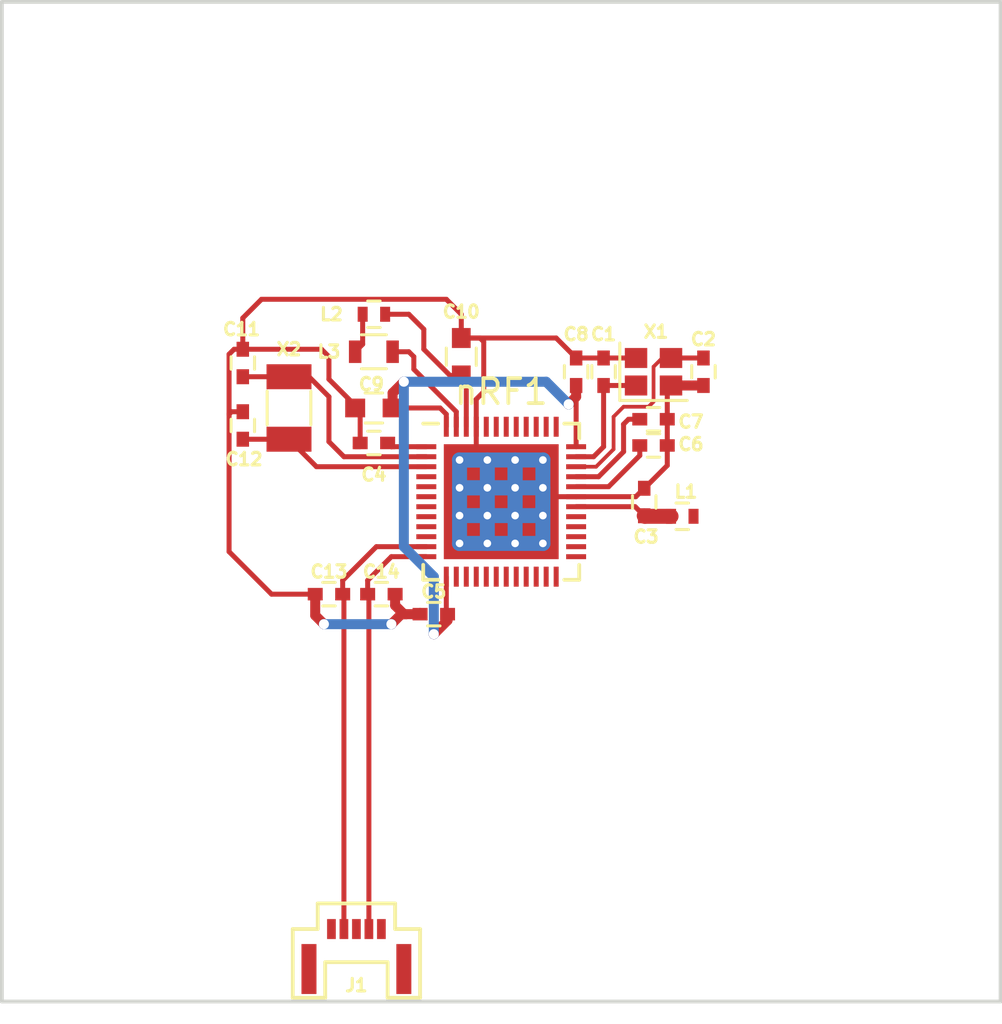
<source format=kicad_pcb>
(kicad_pcb (version 4) (host pcbnew 4.0.7-e0-6372~58~ubuntu16.04.1)

  (general
    (links 60)
    (no_connects 0)
    (area 79.924999 79.924999 120.075001 121.0125)
    (thickness 1.6)
    (drawings 4)
    (tracks 176)
    (zones 0)
    (modules 21)
    (nets 16)
  )

  (page USLetter)
  (title_block
    (date 2017-07-22)
    (rev 0.9)
  )

  (layers
    (0 F.Cu signal)
    (31 B.Cu signal)
    (32 B.Adhes user)
    (33 F.Adhes user)
    (34 B.Paste user)
    (35 F.Paste user)
    (36 B.SilkS user)
    (37 F.SilkS user)
    (38 B.Mask user)
    (39 F.Mask user)
    (40 Dwgs.User user)
    (41 Cmts.User user)
    (42 Eco1.User user)
    (43 Eco2.User user)
    (44 Edge.Cuts user)
    (45 Margin user)
    (46 B.CrtYd user)
    (47 F.CrtYd user)
    (48 B.Fab user)
    (49 F.Fab user)
  )

  (setup
    (last_trace_width 0.2)
    (user_trace_width 0.15)
    (user_trace_width 0.2)
    (user_trace_width 0.4)
    (user_trace_width 0.6)
    (trace_clearance 0.15)
    (zone_clearance 0.15)
    (zone_45_only yes)
    (trace_min 0.15)
    (segment_width 0.2)
    (edge_width 0.15)
    (via_size 0.41)
    (via_drill 0.4)
    (via_min_size 0.4)
    (via_min_drill 0.4)
    (uvia_size 0.4)
    (uvia_drill 0.1)
    (uvias_allowed no)
    (uvia_min_size 0.4)
    (uvia_min_drill 0.1)
    (pcb_text_width 0.3)
    (pcb_text_size 1.5 1.5)
    (mod_edge_width 0.15)
    (mod_text_size 1 1)
    (mod_text_width 0.15)
    (pad_size 1.524 1.524)
    (pad_drill 0.762)
    (pad_to_mask_clearance 0.2)
    (aux_axis_origin 0 0)
    (visible_elements FFFEFFFF)
    (pcbplotparams
      (layerselection 0x00030_80000001)
      (usegerberextensions false)
      (excludeedgelayer true)
      (linewidth 0.100000)
      (plotframeref false)
      (viasonmask false)
      (mode 1)
      (useauxorigin false)
      (hpglpennumber 1)
      (hpglpenspeed 20)
      (hpglpendiameter 15)
      (hpglpenoverlay 2)
      (psnegative false)
      (psa4output false)
      (plotreference true)
      (plotvalue true)
      (plotinvisibletext false)
      (padsonsilk false)
      (subtractmaskfromsilk false)
      (outputformat 1)
      (mirror false)
      (drillshape 1)
      (scaleselection 1)
      (outputdirectory ""))
  )

  (net 0 "")
  (net 1 GND)
  (net 2 "Net-(C1-Pad2)")
  (net 3 "Net-(C2-Pad2)")
  (net 4 "Net-(C3-Pad2)")
  (net 5 +3V3)
  (net 6 /DEC4)
  (net 7 "Net-(L2-Pad1)")
  (net 8 /DEC1)
  (net 9 /DEC2)
  (net 10 /DEC3)
  (net 11 /NFC1)
  (net 12 /NFC2)
  (net 13 "Net-(L2-Pad2)")
  (net 14 /P0.00/XL1)
  (net 15 /P0.01/XL2)

  (net_class Default "This is the default net class."
    (clearance 0.15)
    (trace_width 0.2)
    (via_dia 0.41)
    (via_drill 0.4)
    (uvia_dia 0.4)
    (uvia_drill 0.1)
    (add_net +3V3)
    (add_net /DEC1)
    (add_net /DEC2)
    (add_net /DEC3)
    (add_net /DEC4)
    (add_net /NFC1)
    (add_net /NFC2)
    (add_net /P0.00/XL1)
    (add_net /P0.01/XL2)
    (add_net GND)
    (add_net "Net-(C1-Pad2)")
    (add_net "Net-(C2-Pad2)")
    (add_net "Net-(L2-Pad1)")
    (add_net "Net-(L2-Pad2)")
  )

  (net_class Crystal ""
    (clearance 0.15)
    (trace_width 0.15)
    (via_dia 0.41)
    (via_drill 0.4)
    (uvia_dia 0.4)
    (uvia_drill 0.1)
  )

  (net_class RF ""
    (clearance 0.15)
    (trace_width 0.6)
    (via_dia 0.41)
    (via_drill 0.4)
    (uvia_dia 0.4)
    (uvia_drill 0.1)
    (add_net "Net-(C3-Pad2)")
  )

  (module Crystals:Crystal_SMD_3215-2pin_3.2x1.5mm (layer F.Cu) (tedit 5973E4AF) (tstamp 5973D460)
    (at 91.5 96.25 90)
    (descr "SMD Crystal FC-135 https://support.epson.biz/td/api/doc_check.php?dl=brief_FC-135R_en.pdf")
    (tags "SMD SMT Crystal")
    (path /59739DF8)
    (attr smd)
    (fp_text reference X2 (at 2.35 0 180) (layer F.SilkS)
      (effects (font (size 0.5 0.5) (thickness 0.125)))
    )
    (fp_text value 32.768kHz (at 0 2 90) (layer F.Fab)
      (effects (font (size 1 1) (thickness 0.15)))
    )
    (fp_text user %R (at 0 -0.05 90) (layer F.Fab)
      (effects (font (size 0.25 0.25) (thickness 0.0625)))
    )
    (fp_line (start -2 -1.15) (end 2 -1.15) (layer F.CrtYd) (width 0.05))
    (fp_line (start -1.6 -0.75) (end -1.6 0.75) (layer F.Fab) (width 0.1))
    (fp_line (start -0.675 0.875) (end 0.675 0.875) (layer F.SilkS) (width 0.12))
    (fp_line (start -0.675 -0.875) (end 0.675 -0.875) (layer F.SilkS) (width 0.12))
    (fp_line (start 1.6 -0.75) (end 1.6 0.75) (layer F.Fab) (width 0.1))
    (fp_line (start -1.6 -0.75) (end 1.6 -0.75) (layer F.Fab) (width 0.1))
    (fp_line (start -1.6 0.75) (end 1.6 0.75) (layer F.Fab) (width 0.1))
    (fp_line (start -2 1.15) (end 2 1.15) (layer F.CrtYd) (width 0.05))
    (fp_line (start -2 -1.15) (end -2 1.15) (layer F.CrtYd) (width 0.05))
    (fp_line (start 2 -1.15) (end 2 1.15) (layer F.CrtYd) (width 0.05))
    (pad 1 smd rect (at 1.25 0 90) (size 1 1.8) (layers F.Cu F.Paste F.Mask)
      (net 14 /P0.00/XL1))
    (pad 2 smd rect (at -1.25 0 90) (size 1 1.8) (layers F.Cu F.Paste F.Mask)
      (net 15 /P0.01/XL2))
    (model ${KISYS3DMOD}/Crystals.3dshapes/Crystal_SMD_3215-2pin_3.2x1.5mm.wrl
      (at (xyz 0 0 0))
      (scale (xyz 1 1 1))
      (rotate (xyz 0 0 0))
    )
  )

  (module Capacitors_SMD:C_0402 (layer F.Cu) (tedit 5973E42C) (tstamp 5973BECF)
    (at 104.1 94.8 270)
    (descr "Capacitor SMD 0402, reflow soldering, AVX (see smccp.pdf)")
    (tags "capacitor 0402")
    (path /59739DFC)
    (attr smd)
    (fp_text reference C1 (at -1.5 0 360) (layer F.SilkS)
      (effects (font (size 0.5 0.5) (thickness 0.125)))
    )
    (fp_text value 12pF (at 0 1.27 270) (layer F.Fab)
      (effects (font (size 1 1) (thickness 0.15)))
    )
    (fp_text user %R (at 0 0 270) (layer F.Fab)
      (effects (font (size 0.25 0.25) (thickness 0.0625)))
    )
    (fp_line (start -0.5 0.25) (end -0.5 -0.25) (layer F.Fab) (width 0.1))
    (fp_line (start 0.5 0.25) (end -0.5 0.25) (layer F.Fab) (width 0.1))
    (fp_line (start 0.5 -0.25) (end 0.5 0.25) (layer F.Fab) (width 0.1))
    (fp_line (start -0.5 -0.25) (end 0.5 -0.25) (layer F.Fab) (width 0.1))
    (fp_line (start 0.25 -0.47) (end -0.25 -0.47) (layer F.SilkS) (width 0.12))
    (fp_line (start -0.25 0.47) (end 0.25 0.47) (layer F.SilkS) (width 0.12))
    (fp_line (start -1 -0.4) (end 1 -0.4) (layer F.CrtYd) (width 0.05))
    (fp_line (start -1 -0.4) (end -1 0.4) (layer F.CrtYd) (width 0.05))
    (fp_line (start 1 0.4) (end 1 -0.4) (layer F.CrtYd) (width 0.05))
    (fp_line (start 1 0.4) (end -1 0.4) (layer F.CrtYd) (width 0.05))
    (pad 1 smd rect (at -0.55 0 270) (size 0.6 0.5) (layers F.Cu F.Paste F.Mask)
      (net 1 GND))
    (pad 2 smd rect (at 0.55 0 270) (size 0.6 0.5) (layers F.Cu F.Paste F.Mask)
      (net 2 "Net-(C1-Pad2)"))
    (model Capacitors_SMD.3dshapes/C_0402.wrl
      (at (xyz 0 0 0))
      (scale (xyz 1 1 1))
      (rotate (xyz 0 0 0))
    )
  )

  (module Capacitors_SMD:C_0402 (layer F.Cu) (tedit 5973E422) (tstamp 5973BED5)
    (at 108.1 94.8 90)
    (descr "Capacitor SMD 0402, reflow soldering, AVX (see smccp.pdf)")
    (tags "capacitor 0402")
    (path /59739DFD)
    (attr smd)
    (fp_text reference C2 (at 1.3 0 180) (layer F.SilkS)
      (effects (font (size 0.5 0.5) (thickness 0.125)))
    )
    (fp_text value 12pF (at 0 1.27 90) (layer F.Fab)
      (effects (font (size 1 1) (thickness 0.15)))
    )
    (fp_text user %R (at 0 0 90) (layer F.Fab)
      (effects (font (size 0.25 0.25) (thickness 0.0625)))
    )
    (fp_line (start -0.5 0.25) (end -0.5 -0.25) (layer F.Fab) (width 0.1))
    (fp_line (start 0.5 0.25) (end -0.5 0.25) (layer F.Fab) (width 0.1))
    (fp_line (start 0.5 -0.25) (end 0.5 0.25) (layer F.Fab) (width 0.1))
    (fp_line (start -0.5 -0.25) (end 0.5 -0.25) (layer F.Fab) (width 0.1))
    (fp_line (start 0.25 -0.47) (end -0.25 -0.47) (layer F.SilkS) (width 0.12))
    (fp_line (start -0.25 0.47) (end 0.25 0.47) (layer F.SilkS) (width 0.12))
    (fp_line (start -1 -0.4) (end 1 -0.4) (layer F.CrtYd) (width 0.05))
    (fp_line (start -1 -0.4) (end -1 0.4) (layer F.CrtYd) (width 0.05))
    (fp_line (start 1 0.4) (end 1 -0.4) (layer F.CrtYd) (width 0.05))
    (fp_line (start 1 0.4) (end -1 0.4) (layer F.CrtYd) (width 0.05))
    (pad 1 smd rect (at -0.55 0 90) (size 0.6 0.5) (layers F.Cu F.Paste F.Mask)
      (net 1 GND))
    (pad 2 smd rect (at 0.55 0 90) (size 0.6 0.5) (layers F.Cu F.Paste F.Mask)
      (net 3 "Net-(C2-Pad2)"))
    (model Capacitors_SMD.3dshapes/C_0402.wrl
      (at (xyz 0 0 0))
      (scale (xyz 1 1 1))
      (rotate (xyz 0 0 0))
    )
  )

  (module Capacitors_SMD:C_0402 (layer F.Cu) (tedit 5973E3F7) (tstamp 5973BEDB)
    (at 105.7275 100.0125 270)
    (descr "Capacitor SMD 0402, reflow soldering, AVX (see smccp.pdf)")
    (tags "capacitor 0402")
    (path /59739E02)
    (attr smd)
    (fp_text reference C3 (at 1.3875 -0.0725 360) (layer F.SilkS)
      (effects (font (size 0.5 0.5) (thickness 0.125)))
    )
    (fp_text value 0.8pF (at 0 1.27 270) (layer F.Fab)
      (effects (font (size 1 1) (thickness 0.15)))
    )
    (fp_text user %R (at 0 0 270) (layer F.Fab)
      (effects (font (size 0.25 0.25) (thickness 0.0625)))
    )
    (fp_line (start -0.5 0.25) (end -0.5 -0.25) (layer F.Fab) (width 0.1))
    (fp_line (start 0.5 0.25) (end -0.5 0.25) (layer F.Fab) (width 0.1))
    (fp_line (start 0.5 -0.25) (end 0.5 0.25) (layer F.Fab) (width 0.1))
    (fp_line (start -0.5 -0.25) (end 0.5 -0.25) (layer F.Fab) (width 0.1))
    (fp_line (start 0.25 -0.47) (end -0.25 -0.47) (layer F.SilkS) (width 0.12))
    (fp_line (start -0.25 0.47) (end 0.25 0.47) (layer F.SilkS) (width 0.12))
    (fp_line (start -1 -0.4) (end 1 -0.4) (layer F.CrtYd) (width 0.05))
    (fp_line (start -1 -0.4) (end -1 0.4) (layer F.CrtYd) (width 0.05))
    (fp_line (start 1 0.4) (end 1 -0.4) (layer F.CrtYd) (width 0.05))
    (fp_line (start 1 0.4) (end -1 0.4) (layer F.CrtYd) (width 0.05))
    (pad 1 smd rect (at -0.55 0 270) (size 0.6 0.5) (layers F.Cu F.Paste F.Mask)
      (net 1 GND))
    (pad 2 smd rect (at 0.55 0 270) (size 0.6 0.5) (layers F.Cu F.Paste F.Mask)
      (net 4 "Net-(C3-Pad2)"))
    (model Capacitors_SMD.3dshapes/C_0402.wrl
      (at (xyz 0 0 0))
      (scale (xyz 1 1 1))
      (rotate (xyz 0 0 0))
    )
  )

  (module Capacitors_SMD:C_0402 (layer F.Cu) (tedit 5973E3BB) (tstamp 5973BEE1)
    (at 94.9 97.65 180)
    (descr "Capacitor SMD 0402, reflow soldering, AVX (see smccp.pdf)")
    (tags "capacitor 0402")
    (path /59739DEC)
    (attr smd)
    (fp_text reference C4 (at 0 -1.27 180) (layer F.SilkS)
      (effects (font (size 0.5 0.5) (thickness 0.125)))
    )
    (fp_text value 100nF (at 0 1.27 180) (layer F.Fab)
      (effects (font (size 1 1) (thickness 0.15)))
    )
    (fp_text user %R (at 0 0 180) (layer F.Fab)
      (effects (font (size 0.25 0.25) (thickness 0.0625)))
    )
    (fp_line (start -0.5 0.25) (end -0.5 -0.25) (layer F.Fab) (width 0.1))
    (fp_line (start 0.5 0.25) (end -0.5 0.25) (layer F.Fab) (width 0.1))
    (fp_line (start 0.5 -0.25) (end 0.5 0.25) (layer F.Fab) (width 0.1))
    (fp_line (start -0.5 -0.25) (end 0.5 -0.25) (layer F.Fab) (width 0.1))
    (fp_line (start 0.25 -0.47) (end -0.25 -0.47) (layer F.SilkS) (width 0.12))
    (fp_line (start -0.25 0.47) (end 0.25 0.47) (layer F.SilkS) (width 0.12))
    (fp_line (start -1 -0.4) (end 1 -0.4) (layer F.CrtYd) (width 0.05))
    (fp_line (start -1 -0.4) (end -1 0.4) (layer F.CrtYd) (width 0.05))
    (fp_line (start 1 0.4) (end 1 -0.4) (layer F.CrtYd) (width 0.05))
    (fp_line (start 1 0.4) (end -1 0.4) (layer F.CrtYd) (width 0.05))
    (pad 1 smd rect (at -0.55 0 180) (size 0.6 0.5) (layers F.Cu F.Paste F.Mask)
      (net 8 /DEC1))
    (pad 2 smd rect (at 0.55 0 180) (size 0.6 0.5) (layers F.Cu F.Paste F.Mask)
      (net 1 GND))
    (model Capacitors_SMD.3dshapes/C_0402.wrl
      (at (xyz 0 0 0))
      (scale (xyz 1 1 1))
      (rotate (xyz 0 0 0))
    )
  )

  (module Capacitors_SMD:C_0402 (layer F.Cu) (tedit 5973E3EC) (tstamp 5973BEE7)
    (at 97.3 104.5 180)
    (descr "Capacitor SMD 0402, reflow soldering, AVX (see smccp.pdf)")
    (tags "capacitor 0402")
    (path /59739DEE)
    (attr smd)
    (fp_text reference C5 (at 0 0.9 180) (layer F.SilkS)
      (effects (font (size 0.5 0.5) (thickness 0.125)))
    )
    (fp_text value 100nF (at 0 1.27 180) (layer F.Fab)
      (effects (font (size 1 1) (thickness 0.15)))
    )
    (fp_text user %R (at 0 0 180) (layer F.Fab)
      (effects (font (size 0.25 0.25) (thickness 0.0625)))
    )
    (fp_line (start -0.5 0.25) (end -0.5 -0.25) (layer F.Fab) (width 0.1))
    (fp_line (start 0.5 0.25) (end -0.5 0.25) (layer F.Fab) (width 0.1))
    (fp_line (start 0.5 -0.25) (end 0.5 0.25) (layer F.Fab) (width 0.1))
    (fp_line (start -0.5 -0.25) (end 0.5 -0.25) (layer F.Fab) (width 0.1))
    (fp_line (start 0.25 -0.47) (end -0.25 -0.47) (layer F.SilkS) (width 0.12))
    (fp_line (start -0.25 0.47) (end 0.25 0.47) (layer F.SilkS) (width 0.12))
    (fp_line (start -1 -0.4) (end 1 -0.4) (layer F.CrtYd) (width 0.05))
    (fp_line (start -1 -0.4) (end -1 0.4) (layer F.CrtYd) (width 0.05))
    (fp_line (start 1 0.4) (end 1 -0.4) (layer F.CrtYd) (width 0.05))
    (fp_line (start 1 0.4) (end -1 0.4) (layer F.CrtYd) (width 0.05))
    (pad 1 smd rect (at -0.55 0 180) (size 0.6 0.5) (layers F.Cu F.Paste F.Mask)
      (net 5 +3V3))
    (pad 2 smd rect (at 0.55 0 180) (size 0.6 0.5) (layers F.Cu F.Paste F.Mask)
      (net 1 GND))
    (model Capacitors_SMD.3dshapes/C_0402.wrl
      (at (xyz 0 0 0))
      (scale (xyz 1 1 1))
      (rotate (xyz 0 0 0))
    )
  )

  (module Capacitors_SMD:C_0402 (layer F.Cu) (tedit 5973E3FD) (tstamp 5973BEED)
    (at 106.1 97.75 180)
    (descr "Capacitor SMD 0402, reflow soldering, AVX (see smccp.pdf)")
    (tags "capacitor 0402")
    (path /59739E00)
    (attr smd)
    (fp_text reference C6 (at -1.5 0.05 180) (layer F.SilkS)
      (effects (font (size 0.5 0.5) (thickness 0.125)))
    )
    (fp_text value N.M (at 0 1.27 180) (layer F.Fab)
      (effects (font (size 1 1) (thickness 0.15)))
    )
    (fp_text user %R (at 0 0 180) (layer F.Fab)
      (effects (font (size 0.25 0.25) (thickness 0.0625)))
    )
    (fp_line (start -0.5 0.25) (end -0.5 -0.25) (layer F.Fab) (width 0.1))
    (fp_line (start 0.5 0.25) (end -0.5 0.25) (layer F.Fab) (width 0.1))
    (fp_line (start 0.5 -0.25) (end 0.5 0.25) (layer F.Fab) (width 0.1))
    (fp_line (start -0.5 -0.25) (end 0.5 -0.25) (layer F.Fab) (width 0.1))
    (fp_line (start 0.25 -0.47) (end -0.25 -0.47) (layer F.SilkS) (width 0.12))
    (fp_line (start -0.25 0.47) (end 0.25 0.47) (layer F.SilkS) (width 0.12))
    (fp_line (start -1 -0.4) (end 1 -0.4) (layer F.CrtYd) (width 0.05))
    (fp_line (start -1 -0.4) (end -1 0.4) (layer F.CrtYd) (width 0.05))
    (fp_line (start 1 0.4) (end 1 -0.4) (layer F.CrtYd) (width 0.05))
    (fp_line (start 1 0.4) (end -1 0.4) (layer F.CrtYd) (width 0.05))
    (pad 1 smd rect (at -0.55 0 180) (size 0.6 0.5) (layers F.Cu F.Paste F.Mask)
      (net 1 GND))
    (pad 2 smd rect (at 0.55 0 180) (size 0.6 0.5) (layers F.Cu F.Paste F.Mask)
      (net 9 /DEC2))
    (model Capacitors_SMD.3dshapes/C_0402.wrl
      (at (xyz 0 0 0))
      (scale (xyz 1 1 1))
      (rotate (xyz 0 0 0))
    )
  )

  (module Capacitors_SMD:C_0402 (layer F.Cu) (tedit 5973E408) (tstamp 5973BEF3)
    (at 106.1 96.7 180)
    (descr "Capacitor SMD 0402, reflow soldering, AVX (see smccp.pdf)")
    (tags "capacitor 0402")
    (path /59739DFF)
    (attr smd)
    (fp_text reference C7 (at -1.5 -0.1 180) (layer F.SilkS)
      (effects (font (size 0.5 0.5) (thickness 0.125)))
    )
    (fp_text value 100pF (at 0 1.27 180) (layer F.Fab)
      (effects (font (size 1 1) (thickness 0.15)))
    )
    (fp_text user %R (at 0 -0.0635 180) (layer F.Fab)
      (effects (font (size 0.25 0.25) (thickness 0.0625)))
    )
    (fp_line (start -0.5 0.25) (end -0.5 -0.25) (layer F.Fab) (width 0.1))
    (fp_line (start 0.5 0.25) (end -0.5 0.25) (layer F.Fab) (width 0.1))
    (fp_line (start 0.5 -0.25) (end 0.5 0.25) (layer F.Fab) (width 0.1))
    (fp_line (start -0.5 -0.25) (end 0.5 -0.25) (layer F.Fab) (width 0.1))
    (fp_line (start 0.25 -0.47) (end -0.25 -0.47) (layer F.SilkS) (width 0.12))
    (fp_line (start -0.25 0.47) (end 0.25 0.47) (layer F.SilkS) (width 0.12))
    (fp_line (start -1 -0.4) (end 1 -0.4) (layer F.CrtYd) (width 0.05))
    (fp_line (start -1 -0.4) (end -1 0.4) (layer F.CrtYd) (width 0.05))
    (fp_line (start 1 0.4) (end 1 -0.4) (layer F.CrtYd) (width 0.05))
    (fp_line (start 1 0.4) (end -1 0.4) (layer F.CrtYd) (width 0.05))
    (pad 1 smd rect (at -0.55 0 180) (size 0.6 0.5) (layers F.Cu F.Paste F.Mask)
      (net 1 GND))
    (pad 2 smd rect (at 0.55 0 180) (size 0.6 0.5) (layers F.Cu F.Paste F.Mask)
      (net 10 /DEC3))
    (model Capacitors_SMD.3dshapes/C_0402.wrl
      (at (xyz 0 0 0))
      (scale (xyz 1 1 1))
      (rotate (xyz 0 0 0))
    )
  )

  (module Capacitors_SMD:C_0402 (layer F.Cu) (tedit 5973E433) (tstamp 5973BEF9)
    (at 103 94.8 90)
    (descr "Capacitor SMD 0402, reflow soldering, AVX (see smccp.pdf)")
    (tags "capacitor 0402")
    (path /59739DF5)
    (attr smd)
    (fp_text reference C8 (at 1.5 0 180) (layer F.SilkS)
      (effects (font (size 0.5 0.5) (thickness 0.125)))
    )
    (fp_text value 100nF (at 0 1.27 90) (layer F.Fab)
      (effects (font (size 1 1) (thickness 0.15)))
    )
    (fp_text user %R (at 0 0 90) (layer F.Fab)
      (effects (font (size 0.25 0.25) (thickness 0.0625)))
    )
    (fp_line (start -0.5 0.25) (end -0.5 -0.25) (layer F.Fab) (width 0.1))
    (fp_line (start 0.5 0.25) (end -0.5 0.25) (layer F.Fab) (width 0.1))
    (fp_line (start 0.5 -0.25) (end 0.5 0.25) (layer F.Fab) (width 0.1))
    (fp_line (start -0.5 -0.25) (end 0.5 -0.25) (layer F.Fab) (width 0.1))
    (fp_line (start 0.25 -0.47) (end -0.25 -0.47) (layer F.SilkS) (width 0.12))
    (fp_line (start -0.25 0.47) (end 0.25 0.47) (layer F.SilkS) (width 0.12))
    (fp_line (start -1 -0.4) (end 1 -0.4) (layer F.CrtYd) (width 0.05))
    (fp_line (start -1 -0.4) (end -1 0.4) (layer F.CrtYd) (width 0.05))
    (fp_line (start 1 0.4) (end 1 -0.4) (layer F.CrtYd) (width 0.05))
    (fp_line (start 1 0.4) (end -1 0.4) (layer F.CrtYd) (width 0.05))
    (pad 1 smd rect (at -0.55 0 90) (size 0.6 0.5) (layers F.Cu F.Paste F.Mask)
      (net 5 +3V3))
    (pad 2 smd rect (at 0.55 0 90) (size 0.6 0.5) (layers F.Cu F.Paste F.Mask)
      (net 1 GND))
    (model Capacitors_SMD.3dshapes/C_0402.wrl
      (at (xyz 0 0 0))
      (scale (xyz 1 1 1))
      (rotate (xyz 0 0 0))
    )
  )

  (module Capacitors_SMD:C_0603 (layer F.Cu) (tedit 5973E47C) (tstamp 5973BEFF)
    (at 94.9 96.25 180)
    (descr "Capacitor SMD 0603, reflow soldering, AVX (see smccp.pdf)")
    (tags "capacitor 0603")
    (path /59739DE9)
    (attr smd)
    (fp_text reference C9 (at 0.1 0.95 180) (layer F.SilkS)
      (effects (font (size 0.5 0.5) (thickness 0.125)))
    )
    (fp_text value 4.7uF (at 0 1.5 180) (layer F.Fab)
      (effects (font (size 1 1) (thickness 0.15)))
    )
    (fp_text user %R (at 0 0 180) (layer F.Fab)
      (effects (font (size 0.25 0.25) (thickness 0.0625)))
    )
    (fp_line (start -0.8 0.4) (end -0.8 -0.4) (layer F.Fab) (width 0.1))
    (fp_line (start 0.8 0.4) (end -0.8 0.4) (layer F.Fab) (width 0.1))
    (fp_line (start 0.8 -0.4) (end 0.8 0.4) (layer F.Fab) (width 0.1))
    (fp_line (start -0.8 -0.4) (end 0.8 -0.4) (layer F.Fab) (width 0.1))
    (fp_line (start -0.35 -0.6) (end 0.35 -0.6) (layer F.SilkS) (width 0.12))
    (fp_line (start 0.35 0.6) (end -0.35 0.6) (layer F.SilkS) (width 0.12))
    (fp_line (start -1.4 -0.65) (end 1.4 -0.65) (layer F.CrtYd) (width 0.05))
    (fp_line (start -1.4 -0.65) (end -1.4 0.65) (layer F.CrtYd) (width 0.05))
    (fp_line (start 1.4 0.65) (end 1.4 -0.65) (layer F.CrtYd) (width 0.05))
    (fp_line (start 1.4 0.65) (end -1.4 0.65) (layer F.CrtYd) (width 0.05))
    (pad 1 smd rect (at -0.75 0 180) (size 0.8 0.75) (layers F.Cu F.Paste F.Mask)
      (net 5 +3V3))
    (pad 2 smd rect (at 0.75 0 180) (size 0.8 0.75) (layers F.Cu F.Paste F.Mask)
      (net 1 GND))
    (model Capacitors_SMD.3dshapes/C_0603.wrl
      (at (xyz 0 0 0))
      (scale (xyz 1 1 1))
      (rotate (xyz 0 0 0))
    )
  )

  (module Capacitors_SMD:C_0603 (layer F.Cu) (tedit 5973E44D) (tstamp 5973BF05)
    (at 98.4 94.2 90)
    (descr "Capacitor SMD 0603, reflow soldering, AVX (see smccp.pdf)")
    (tags "capacitor 0603")
    (path /59739E0B)
    (attr smd)
    (fp_text reference C10 (at 1.8 0 180) (layer F.SilkS)
      (effects (font (size 0.5 0.5) (thickness 0.125)))
    )
    (fp_text value 1.0uF (at 0 1.5 90) (layer F.Fab)
      (effects (font (size 1 1) (thickness 0.15)))
    )
    (fp_text user %R (at 0 -0.0635 90) (layer F.Fab)
      (effects (font (size 0.25 0.25) (thickness 0.0625)))
    )
    (fp_line (start -0.8 0.4) (end -0.8 -0.4) (layer F.Fab) (width 0.1))
    (fp_line (start 0.8 0.4) (end -0.8 0.4) (layer F.Fab) (width 0.1))
    (fp_line (start 0.8 -0.4) (end 0.8 0.4) (layer F.Fab) (width 0.1))
    (fp_line (start -0.8 -0.4) (end 0.8 -0.4) (layer F.Fab) (width 0.1))
    (fp_line (start -0.35 -0.6) (end 0.35 -0.6) (layer F.SilkS) (width 0.12))
    (fp_line (start 0.35 0.6) (end -0.35 0.6) (layer F.SilkS) (width 0.12))
    (fp_line (start -1.4 -0.65) (end 1.4 -0.65) (layer F.CrtYd) (width 0.05))
    (fp_line (start -1.4 -0.65) (end -1.4 0.65) (layer F.CrtYd) (width 0.05))
    (fp_line (start 1.4 0.65) (end 1.4 -0.65) (layer F.CrtYd) (width 0.05))
    (fp_line (start 1.4 0.65) (end -1.4 0.65) (layer F.CrtYd) (width 0.05))
    (pad 1 smd rect (at -0.75 0 90) (size 0.8 0.75) (layers F.Cu F.Paste F.Mask)
      (net 6 /DEC4))
    (pad 2 smd rect (at 0.75 0 90) (size 0.8 0.75) (layers F.Cu F.Paste F.Mask)
      (net 1 GND))
    (model Capacitors_SMD.3dshapes/C_0603.wrl
      (at (xyz 0 0 0))
      (scale (xyz 1 1 1))
      (rotate (xyz 0 0 0))
    )
  )

  (module Capacitors_SMD:C_0402 (layer F.Cu) (tedit 5973EDF7) (tstamp 5973BF0B)
    (at 89.65 94.45 90)
    (descr "Capacitor SMD 0402, reflow soldering, AVX (see smccp.pdf)")
    (tags "capacitor 0402")
    (path /59739DF9)
    (attr smd)
    (fp_text reference C11 (at 1.35 -0.05 180) (layer F.SilkS)
      (effects (font (size 0.5 0.5) (thickness 0.125)))
    )
    (fp_text value 12pF (at 0 1.27 90) (layer F.Fab)
      (effects (font (size 1 1) (thickness 0.15)))
    )
    (fp_text user %R (at 0 0 90) (layer F.Fab)
      (effects (font (size 0.25 0.25) (thickness 0.0625)))
    )
    (fp_line (start -0.5 0.25) (end -0.5 -0.25) (layer F.Fab) (width 0.1))
    (fp_line (start 0.5 0.25) (end -0.5 0.25) (layer F.Fab) (width 0.1))
    (fp_line (start 0.5 -0.25) (end 0.5 0.25) (layer F.Fab) (width 0.1))
    (fp_line (start -0.5 -0.25) (end 0.5 -0.25) (layer F.Fab) (width 0.1))
    (fp_line (start 0.25 -0.47) (end -0.25 -0.47) (layer F.SilkS) (width 0.12))
    (fp_line (start -0.25 0.47) (end 0.25 0.47) (layer F.SilkS) (width 0.12))
    (fp_line (start -1 -0.4) (end 1 -0.4) (layer F.CrtYd) (width 0.05))
    (fp_line (start -1 -0.4) (end -1 0.4) (layer F.CrtYd) (width 0.05))
    (fp_line (start 1 0.4) (end 1 -0.4) (layer F.CrtYd) (width 0.05))
    (fp_line (start 1 0.4) (end -1 0.4) (layer F.CrtYd) (width 0.05))
    (pad 1 smd rect (at -0.55 0 90) (size 0.6 0.5) (layers F.Cu F.Paste F.Mask)
      (net 14 /P0.00/XL1))
    (pad 2 smd rect (at 0.55 0 90) (size 0.6 0.5) (layers F.Cu F.Paste F.Mask)
      (net 1 GND))
    (model Capacitors_SMD.3dshapes/C_0402.wrl
      (at (xyz 0 0 0))
      (scale (xyz 1 1 1))
      (rotate (xyz 0 0 0))
    )
  )

  (module Capacitors_SMD:C_0402 (layer F.Cu) (tedit 5973EE02) (tstamp 5973BF11)
    (at 89.65 96.95 90)
    (descr "Capacitor SMD 0402, reflow soldering, AVX (see smccp.pdf)")
    (tags "capacitor 0402")
    (path /59739DFA)
    (attr smd)
    (fp_text reference C12 (at -1.35 0.05 180) (layer F.SilkS)
      (effects (font (size 0.5 0.5) (thickness 0.125)))
    )
    (fp_text value 12pF (at 0 1.27 90) (layer F.Fab)
      (effects (font (size 1 1) (thickness 0.15)))
    )
    (fp_text user %R (at 0 0 90) (layer F.Fab)
      (effects (font (size 0.25 0.25) (thickness 0.0625)))
    )
    (fp_line (start -0.5 0.25) (end -0.5 -0.25) (layer F.Fab) (width 0.1))
    (fp_line (start 0.5 0.25) (end -0.5 0.25) (layer F.Fab) (width 0.1))
    (fp_line (start 0.5 -0.25) (end 0.5 0.25) (layer F.Fab) (width 0.1))
    (fp_line (start -0.5 -0.25) (end 0.5 -0.25) (layer F.Fab) (width 0.1))
    (fp_line (start 0.25 -0.47) (end -0.25 -0.47) (layer F.SilkS) (width 0.12))
    (fp_line (start -0.25 0.47) (end 0.25 0.47) (layer F.SilkS) (width 0.12))
    (fp_line (start -1 -0.4) (end 1 -0.4) (layer F.CrtYd) (width 0.05))
    (fp_line (start -1 -0.4) (end -1 0.4) (layer F.CrtYd) (width 0.05))
    (fp_line (start 1 0.4) (end 1 -0.4) (layer F.CrtYd) (width 0.05))
    (fp_line (start 1 0.4) (end -1 0.4) (layer F.CrtYd) (width 0.05))
    (pad 1 smd rect (at -0.55 0 90) (size 0.6 0.5) (layers F.Cu F.Paste F.Mask)
      (net 15 /P0.01/XL2))
    (pad 2 smd rect (at 0.55 0 90) (size 0.6 0.5) (layers F.Cu F.Paste F.Mask)
      (net 1 GND))
    (model Capacitors_SMD.3dshapes/C_0402.wrl
      (at (xyz 0 0 0))
      (scale (xyz 1 1 1))
      (rotate (xyz 0 0 0))
    )
  )

  (module Capacitors_SMD:C_0402 (layer F.Cu) (tedit 5973E3E5) (tstamp 5973BF17)
    (at 93.1 103.7)
    (descr "Capacitor SMD 0402, reflow soldering, AVX (see smccp.pdf)")
    (tags "capacitor 0402")
    (path /59739E12)
    (attr smd)
    (fp_text reference C13 (at 0 -0.9) (layer F.SilkS)
      (effects (font (size 0.5 0.5) (thickness 0.125)))
    )
    (fp_text value TBD (at 0 1.27) (layer F.Fab)
      (effects (font (size 1 1) (thickness 0.15)))
    )
    (fp_text user %R (at 0 0) (layer F.Fab)
      (effects (font (size 0.25 0.25) (thickness 0.0625)))
    )
    (fp_line (start -0.5 0.25) (end -0.5 -0.25) (layer F.Fab) (width 0.1))
    (fp_line (start 0.5 0.25) (end -0.5 0.25) (layer F.Fab) (width 0.1))
    (fp_line (start 0.5 -0.25) (end 0.5 0.25) (layer F.Fab) (width 0.1))
    (fp_line (start -0.5 -0.25) (end 0.5 -0.25) (layer F.Fab) (width 0.1))
    (fp_line (start 0.25 -0.47) (end -0.25 -0.47) (layer F.SilkS) (width 0.12))
    (fp_line (start -0.25 0.47) (end 0.25 0.47) (layer F.SilkS) (width 0.12))
    (fp_line (start -1 -0.4) (end 1 -0.4) (layer F.CrtYd) (width 0.05))
    (fp_line (start -1 -0.4) (end -1 0.4) (layer F.CrtYd) (width 0.05))
    (fp_line (start 1 0.4) (end 1 -0.4) (layer F.CrtYd) (width 0.05))
    (fp_line (start 1 0.4) (end -1 0.4) (layer F.CrtYd) (width 0.05))
    (pad 1 smd rect (at -0.55 0) (size 0.6 0.5) (layers F.Cu F.Paste F.Mask)
      (net 1 GND))
    (pad 2 smd rect (at 0.55 0) (size 0.6 0.5) (layers F.Cu F.Paste F.Mask)
      (net 11 /NFC1))
    (model Capacitors_SMD.3dshapes/C_0402.wrl
      (at (xyz 0 0 0))
      (scale (xyz 1 1 1))
      (rotate (xyz 0 0 0))
    )
  )

  (module Capacitors_SMD:C_0402 (layer F.Cu) (tedit 5973E3E9) (tstamp 5973BF1D)
    (at 95.2 103.7)
    (descr "Capacitor SMD 0402, reflow soldering, AVX (see smccp.pdf)")
    (tags "capacitor 0402")
    (path /59739E13)
    (attr smd)
    (fp_text reference C14 (at 0 -0.9) (layer F.SilkS)
      (effects (font (size 0.5 0.5) (thickness 0.125)))
    )
    (fp_text value TBD (at 0 1.27) (layer F.Fab)
      (effects (font (size 1 1) (thickness 0.15)))
    )
    (fp_text user %R (at 0 0) (layer F.Fab)
      (effects (font (size 0.25 0.25) (thickness 0.0625)))
    )
    (fp_line (start -0.5 0.25) (end -0.5 -0.25) (layer F.Fab) (width 0.1))
    (fp_line (start 0.5 0.25) (end -0.5 0.25) (layer F.Fab) (width 0.1))
    (fp_line (start 0.5 -0.25) (end 0.5 0.25) (layer F.Fab) (width 0.1))
    (fp_line (start -0.5 -0.25) (end 0.5 -0.25) (layer F.Fab) (width 0.1))
    (fp_line (start 0.25 -0.47) (end -0.25 -0.47) (layer F.SilkS) (width 0.12))
    (fp_line (start -0.25 0.47) (end 0.25 0.47) (layer F.SilkS) (width 0.12))
    (fp_line (start -1 -0.4) (end 1 -0.4) (layer F.CrtYd) (width 0.05))
    (fp_line (start -1 -0.4) (end -1 0.4) (layer F.CrtYd) (width 0.05))
    (fp_line (start 1 0.4) (end 1 -0.4) (layer F.CrtYd) (width 0.05))
    (fp_line (start 1 0.4) (end -1 0.4) (layer F.CrtYd) (width 0.05))
    (pad 1 smd rect (at -0.55 0) (size 0.6 0.5) (layers F.Cu F.Paste F.Mask)
      (net 12 /NFC2))
    (pad 2 smd rect (at 0.55 0) (size 0.6 0.5) (layers F.Cu F.Paste F.Mask)
      (net 1 GND))
    (model Capacitors_SMD.3dshapes/C_0402.wrl
      (at (xyz 0 0 0))
      (scale (xyz 1 1 1))
      (rotate (xyz 0 0 0))
    )
  )

  (module Inductors_SMD:L_0402 (layer F.Cu) (tedit 5973E3FA) (tstamp 5973BF23)
    (at 107.2515 100.584)
    (descr "Resistor SMD 0402, reflow soldering, Vishay (see dcrcw.pdf)")
    (tags "resistor 0402")
    (path /59739E04)
    (attr smd)
    (fp_text reference L1 (at 0.1485 -0.984) (layer F.SilkS)
      (effects (font (size 0.5 0.5) (thickness 0.125)))
    )
    (fp_text value 3.9nH (at 0 1.8) (layer F.Fab)
      (effects (font (size 1 1) (thickness 0.15)))
    )
    (fp_line (start -0.5 0.25) (end -0.5 -0.25) (layer F.Fab) (width 0.1))
    (fp_line (start 0.5 0.25) (end -0.5 0.25) (layer F.Fab) (width 0.1))
    (fp_line (start 0.5 -0.25) (end 0.5 0.25) (layer F.Fab) (width 0.1))
    (fp_line (start -0.5 -0.25) (end 0.5 -0.25) (layer F.Fab) (width 0.1))
    (fp_line (start -0.95 -0.65) (end 0.95 -0.65) (layer F.CrtYd) (width 0.05))
    (fp_line (start -0.95 0.65) (end 0.95 0.65) (layer F.CrtYd) (width 0.05))
    (fp_line (start -0.95 -0.65) (end -0.95 0.65) (layer F.CrtYd) (width 0.05))
    (fp_line (start 0.95 -0.65) (end 0.95 0.65) (layer F.CrtYd) (width 0.05))
    (fp_line (start 0.25 -0.53) (end -0.25 -0.53) (layer F.SilkS) (width 0.12))
    (fp_line (start -0.25 0.53) (end 0.25 0.53) (layer F.SilkS) (width 0.12))
    (pad 1 smd rect (at -0.45 0) (size 0.4 0.6) (layers F.Cu F.Paste F.Mask)
      (net 4 "Net-(C3-Pad2)"))
    (pad 2 smd rect (at 0.45 0) (size 0.4 0.6) (layers F.Cu F.Paste F.Mask))
    (model Inductors_SMD.3dshapes\L_0402.wrl
      (at (xyz 0 0 0))
      (scale (xyz 1 1 1))
      (rotate (xyz 0 0 0))
    )
  )

  (module Inductors_SMD:L_0603 (layer F.Cu) (tedit 5973E45C) (tstamp 5973BF29)
    (at 94.9 94)
    (descr "Resistor SMD 0603, reflow soldering, Vishay (see dcrcw.pdf)")
    (tags "resistor 0603")
    (path /59739E09)
    (attr smd)
    (fp_text reference L2 (at -1.7 -1.5) (layer F.SilkS)
      (effects (font (size 0.5 0.5) (thickness 0.125)))
    )
    (fp_text value 10uH (at 0 1.9) (layer F.Fab)
      (effects (font (size 1 1) (thickness 0.15)))
    )
    (fp_line (start -0.8 0.4) (end -0.8 -0.4) (layer F.Fab) (width 0.1))
    (fp_line (start 0.8 0.4) (end -0.8 0.4) (layer F.Fab) (width 0.1))
    (fp_line (start 0.8 -0.4) (end 0.8 0.4) (layer F.Fab) (width 0.1))
    (fp_line (start -0.8 -0.4) (end 0.8 -0.4) (layer F.Fab) (width 0.1))
    (fp_line (start -1.3 -0.8) (end 1.3 -0.8) (layer F.CrtYd) (width 0.05))
    (fp_line (start -1.3 0.8) (end 1.3 0.8) (layer F.CrtYd) (width 0.05))
    (fp_line (start -1.3 -0.8) (end -1.3 0.8) (layer F.CrtYd) (width 0.05))
    (fp_line (start 1.3 -0.8) (end 1.3 0.8) (layer F.CrtYd) (width 0.05))
    (fp_line (start 0.5 0.68) (end -0.5 0.68) (layer F.SilkS) (width 0.12))
    (fp_line (start -0.5 -0.68) (end 0.5 -0.68) (layer F.SilkS) (width 0.12))
    (pad 1 smd rect (at -0.75 0) (size 0.5 0.9) (layers F.Cu F.Paste F.Mask)
      (net 7 "Net-(L2-Pad1)"))
    (pad 2 smd rect (at 0.75 0) (size 0.5 0.9) (layers F.Cu F.Paste F.Mask)
      (net 13 "Net-(L2-Pad2)"))
    (model Inductors_SMD.3dshapes\L_0603.wrl
      (at (xyz 0 0 0))
      (scale (xyz 1 1 1))
      (rotate (xyz 0 0 0))
    )
  )

  (module Inductors_SMD:L_0402 (layer F.Cu) (tedit 5973E465) (tstamp 5973BF2F)
    (at 94.9 92.5 180)
    (descr "Resistor SMD 0402, reflow soldering, Vishay (see dcrcw.pdf)")
    (tags "resistor 0402")
    (path /59739E0A)
    (attr smd)
    (fp_text reference L3 (at 1.8 -1.5 180) (layer F.SilkS)
      (effects (font (size 0.5 0.5) (thickness 0.125)))
    )
    (fp_text value 15nH (at 0 1.8 180) (layer F.Fab)
      (effects (font (size 1 1) (thickness 0.15)))
    )
    (fp_line (start -0.5 0.25) (end -0.5 -0.25) (layer F.Fab) (width 0.1))
    (fp_line (start 0.5 0.25) (end -0.5 0.25) (layer F.Fab) (width 0.1))
    (fp_line (start 0.5 -0.25) (end 0.5 0.25) (layer F.Fab) (width 0.1))
    (fp_line (start -0.5 -0.25) (end 0.5 -0.25) (layer F.Fab) (width 0.1))
    (fp_line (start -0.95 -0.65) (end 0.95 -0.65) (layer F.CrtYd) (width 0.05))
    (fp_line (start -0.95 0.65) (end 0.95 0.65) (layer F.CrtYd) (width 0.05))
    (fp_line (start -0.95 -0.65) (end -0.95 0.65) (layer F.CrtYd) (width 0.05))
    (fp_line (start 0.95 -0.65) (end 0.95 0.65) (layer F.CrtYd) (width 0.05))
    (fp_line (start 0.25 -0.53) (end -0.25 -0.53) (layer F.SilkS) (width 0.12))
    (fp_line (start -0.25 0.53) (end 0.25 0.53) (layer F.SilkS) (width 0.12))
    (pad 1 smd rect (at -0.45 0 180) (size 0.4 0.6) (layers F.Cu F.Paste F.Mask)
      (net 6 /DEC4))
    (pad 2 smd rect (at 0.45 0 180) (size 0.4 0.6) (layers F.Cu F.Paste F.Mask)
      (net 7 "Net-(L2-Pad1)"))
    (model Inductors_SMD.3dshapes\L_0402.wrl
      (at (xyz 0 0 0))
      (scale (xyz 1 1 1))
      (rotate (xyz 0 0 0))
    )
  )

  (module Crystals:Crystal_SMD_2016-4pin_2.0x1.6mm (layer F.Cu) (tedit 5973E41F) (tstamp 5973BF37)
    (at 106.1 94.8)
    (descr "SMD Crystal SERIES SMD2016/4 http://www.q-crystal.com/upload/5/2015552223166229.pdf, 2.0x1.6mm^2 package")
    (tags "SMD SMT crystal")
    (path /59739E0D)
    (attr smd)
    (fp_text reference X1 (at 0.1 -1.6) (layer F.SilkS)
      (effects (font (size 0.5 0.5) (thickness 0.125)))
    )
    (fp_text value 32MHz (at 0 2) (layer F.Fab)
      (effects (font (size 1 1) (thickness 0.15)))
    )
    (fp_text user %R (at 0 0) (layer F.Fab)
      (effects (font (size 0.5 0.5) (thickness 0.075)))
    )
    (fp_line (start -0.9 -0.8) (end 0.9 -0.8) (layer F.Fab) (width 0.1))
    (fp_line (start 0.9 -0.8) (end 1 -0.7) (layer F.Fab) (width 0.1))
    (fp_line (start 1 -0.7) (end 1 0.7) (layer F.Fab) (width 0.1))
    (fp_line (start 1 0.7) (end 0.9 0.8) (layer F.Fab) (width 0.1))
    (fp_line (start 0.9 0.8) (end -0.9 0.8) (layer F.Fab) (width 0.1))
    (fp_line (start -0.9 0.8) (end -1 0.7) (layer F.Fab) (width 0.1))
    (fp_line (start -1 0.7) (end -1 -0.7) (layer F.Fab) (width 0.1))
    (fp_line (start -1 -0.7) (end -0.9 -0.8) (layer F.Fab) (width 0.1))
    (fp_line (start -1 0.3) (end -0.5 0.8) (layer F.Fab) (width 0.1))
    (fp_line (start -1.35 -1.15) (end -1.35 1.15) (layer F.SilkS) (width 0.12))
    (fp_line (start -1.35 1.15) (end 1.35 1.15) (layer F.SilkS) (width 0.12))
    (fp_line (start -1.4 -1.3) (end -1.4 1.3) (layer F.CrtYd) (width 0.05))
    (fp_line (start -1.4 1.3) (end 1.4 1.3) (layer F.CrtYd) (width 0.05))
    (fp_line (start 1.4 1.3) (end 1.4 -1.3) (layer F.CrtYd) (width 0.05))
    (fp_line (start 1.4 -1.3) (end -1.4 -1.3) (layer F.CrtYd) (width 0.05))
    (pad 1 smd rect (at -0.7 0.55) (size 0.9 0.8) (layers F.Cu F.Paste F.Mask)
      (net 2 "Net-(C1-Pad2)"))
    (pad 2 smd rect (at 0.7 0.55) (size 0.9 0.8) (layers F.Cu F.Paste F.Mask)
      (net 1 GND))
    (pad 3 smd rect (at 0.7 -0.55) (size 0.9 0.8) (layers F.Cu F.Paste F.Mask)
      (net 3 "Net-(C2-Pad2)"))
    (pad 4 smd rect (at -0.7 -0.55) (size 0.9 0.8) (layers F.Cu F.Paste F.Mask)
      (net 1 GND))
    (model ${KISYS3DMOD}/Crystals.3dshapes/Crystal_SMD_2016-4pin_2.0x1.6mm.wrl
      (at (xyz 0 0 0))
      (scale (xyz 1 1 1))
      (rotate (xyz 0 0 0))
    )
  )

  (module nRF52:FPC_05P-05mm-RA-SMD_Alt (layer F.Cu) (tedit 5974017E) (tstamp 5973F310)
    (at 94.2 117.1)
    (path /59742685)
    (fp_text reference J1 (at 0 2.25) (layer F.SilkS)
      (effects (font (size 0.5 0.5) (thickness 0.125)))
    )
    (fp_text value NFC (at 0 3.3) (layer F.Fab)
      (effects (font (size 0.5 0.5) (thickness 0.125)))
    )
    (fp_line (start -1.55 -1.025) (end 1.55 -1.025) (layer F.SilkS) (width 0.15))
    (fp_line (start -1.25 1.325) (end 1.25 1.325) (layer F.SilkS) (width 0.15))
    (fp_line (start -1.25 1.325) (end -1.25 2.75) (layer F.SilkS) (width 0.15))
    (fp_line (start 1.25 1.325) (end 1.25 2.75) (layer F.SilkS) (width 0.15))
    (fp_line (start -1.25 2.75) (end -2.55 2.75) (layer F.SilkS) (width 0.15))
    (fp_line (start 1.25 2.75) (end 2.55 2.75) (layer F.SilkS) (width 0.15))
    (fp_line (start -2.55 2.75) (end -2.55 0) (layer F.SilkS) (width 0.15))
    (fp_line (start 2.55 2.75) (end 2.55 0) (layer F.SilkS) (width 0.15))
    (fp_line (start -2.55 0) (end -1.55 0) (layer F.SilkS) (width 0.15))
    (fp_line (start 2.55 0) (end 1.55 0) (layer F.SilkS) (width 0.15))
    (fp_line (start -1.55 0) (end -1.55 -1.025) (layer F.SilkS) (width 0.15))
    (fp_line (start 1.55 0) (end 1.55 -1.025) (layer F.SilkS) (width 0.15))
    (pad 1 smd rect (at -1 0) (size 0.35 0.8) (layers F.Cu F.Paste F.Mask))
    (pad 2 smd rect (at -0.5 0) (size 0.35 0.8) (layers F.Cu F.Paste F.Mask)
      (net 11 /NFC1))
    (pad 3 smd rect (at 0 0) (size 0.35 0.8) (layers F.Cu F.Paste F.Mask))
    (pad 4 smd rect (at 0.5 0) (size 0.35 0.8) (layers F.Cu F.Paste F.Mask)
      (net 12 /NFC2))
    (pad 5 smd rect (at 1 0) (size 0.35 0.8) (layers F.Cu F.Paste F.Mask))
    (pad 0 smd rect (at -1.9 1.6) (size 0.6 2) (layers F.Cu F.Paste F.Mask))
    (pad 0 smd rect (at 1.9 1.6) (size 0.6 2) (layers F.Cu F.Paste F.Mask))
  )

  (module nRF52:UQFN-48-1EP_6x6mm_Pitch0.4mm (layer F.Cu) (tedit 59743121) (tstamp 5973C4F1)
    (at 100 100)
    (descr "48-Lead Plastic Ultra Thin Quad Flat, No Lead Package (MV) - 6x6x0.5 mm Body [UQFN]; (see Microchip Packaging Specification 00000049BS.pdf)")
    (tags "QFN 0.4")
    (path /59739DE6)
    (attr smd)
    (fp_text reference nRF1 (at 0 -4.4) (layer F.SilkS)
      (effects (font (size 1 1) (thickness 0.15)))
    )
    (fp_text value nRF52832 (at 0 4.4) (layer F.Fab)
      (effects (font (size 1 1) (thickness 0.15)))
    )
    (fp_line (start -2 -3) (end 3 -3) (layer F.Fab) (width 0.15))
    (fp_line (start 3 -3) (end 3 3) (layer F.Fab) (width 0.15))
    (fp_line (start 3 3) (end -3 3) (layer F.Fab) (width 0.15))
    (fp_line (start -3 3) (end -3 -2) (layer F.Fab) (width 0.15))
    (fp_line (start -3 -2) (end -2 -3) (layer F.Fab) (width 0.15))
    (fp_line (start -3.65 -3.65) (end -3.65 3.65) (layer F.CrtYd) (width 0.05))
    (fp_line (start 3.65 -3.65) (end 3.65 3.65) (layer F.CrtYd) (width 0.05))
    (fp_line (start -3.65 -3.65) (end 3.65 -3.65) (layer F.CrtYd) (width 0.05))
    (fp_line (start -3.65 3.65) (end 3.65 3.65) (layer F.CrtYd) (width 0.05))
    (fp_line (start 3.125 -3.125) (end 3.125 -2.525) (layer F.SilkS) (width 0.15))
    (fp_line (start -3.125 3.125) (end -3.125 2.525) (layer F.SilkS) (width 0.15))
    (fp_line (start 3.125 3.125) (end 3.125 2.525) (layer F.SilkS) (width 0.15))
    (fp_line (start -3.125 -3.125) (end -2.525 -3.125) (layer F.SilkS) (width 0.15))
    (fp_line (start -3.125 3.125) (end -2.525 3.125) (layer F.SilkS) (width 0.15))
    (fp_line (start 3.125 3.125) (end 2.525 3.125) (layer F.SilkS) (width 0.15))
    (fp_line (start 3.125 -3.125) (end 2.525 -3.125) (layer F.SilkS) (width 0.15))
    (pad 1 smd rect (at -3 -2.2) (size 0.8 0.2) (layers F.Cu F.Paste F.Mask)
      (net 8 /DEC1))
    (pad 2 smd rect (at -3 -1.8) (size 0.8 0.2) (layers F.Cu F.Paste F.Mask)
      (net 14 /P0.00/XL1))
    (pad 3 smd rect (at -3 -1.4) (size 0.8 0.2) (layers F.Cu F.Paste F.Mask)
      (net 15 /P0.01/XL2))
    (pad 4 smd rect (at -3 -1) (size 0.8 0.2) (layers F.Cu F.Paste F.Mask))
    (pad 5 smd rect (at -3 -0.6) (size 0.8 0.2) (layers F.Cu F.Paste F.Mask))
    (pad 6 smd rect (at -3 -0.2) (size 0.8 0.2) (layers F.Cu F.Paste F.Mask))
    (pad 7 smd rect (at -3 0.2) (size 0.8 0.2) (layers F.Cu F.Paste F.Mask))
    (pad 8 smd rect (at -3 0.6) (size 0.8 0.2) (layers F.Cu F.Paste F.Mask))
    (pad 9 smd rect (at -3 1) (size 0.8 0.2) (layers F.Cu F.Paste F.Mask))
    (pad 10 smd rect (at -3 1.4) (size 0.8 0.2) (layers F.Cu F.Paste F.Mask))
    (pad 11 smd rect (at -3 1.8) (size 0.8 0.2) (layers F.Cu F.Paste F.Mask)
      (net 11 /NFC1))
    (pad 12 smd rect (at -3 2.2) (size 0.8 0.2) (layers F.Cu F.Paste F.Mask)
      (net 12 /NFC2))
    (pad 13 smd rect (at -2.2 3 90) (size 0.8 0.2) (layers F.Cu F.Paste F.Mask)
      (net 5 +3V3))
    (pad 14 smd rect (at -1.8 3 90) (size 0.8 0.2) (layers F.Cu F.Paste F.Mask))
    (pad 15 smd rect (at -1.4 3 90) (size 0.8 0.2) (layers F.Cu F.Paste F.Mask))
    (pad 16 smd rect (at -1 3 90) (size 0.8 0.2) (layers F.Cu F.Paste F.Mask))
    (pad 17 smd rect (at -0.6 3 90) (size 0.8 0.2) (layers F.Cu F.Paste F.Mask))
    (pad 18 smd rect (at -0.2 3 90) (size 0.8 0.2) (layers F.Cu F.Paste F.Mask))
    (pad 19 smd rect (at 0.2 3 90) (size 0.8 0.2) (layers F.Cu F.Paste F.Mask))
    (pad 20 smd rect (at 0.6 3 90) (size 0.8 0.2) (layers F.Cu F.Paste F.Mask))
    (pad 21 smd rect (at 1 3 90) (size 0.8 0.2) (layers F.Cu F.Paste F.Mask))
    (pad 22 smd rect (at 1.4 3 90) (size 0.8 0.2) (layers F.Cu F.Paste F.Mask))
    (pad 23 smd rect (at 1.8 3 90) (size 0.8 0.2) (layers F.Cu F.Paste F.Mask))
    (pad 24 smd rect (at 2.2 3 90) (size 0.8 0.2) (layers F.Cu F.Paste F.Mask))
    (pad 25 smd rect (at 3 2.2) (size 0.8 0.2) (layers F.Cu F.Paste F.Mask))
    (pad 26 smd rect (at 3 1.8) (size 0.8 0.2) (layers F.Cu F.Paste F.Mask))
    (pad 27 smd rect (at 3 1.4) (size 0.8 0.2) (layers F.Cu F.Paste F.Mask))
    (pad 28 smd rect (at 3 1) (size 0.8 0.2) (layers F.Cu F.Paste F.Mask))
    (pad 29 smd rect (at 3 0.6) (size 0.8 0.2) (layers F.Cu F.Paste F.Mask))
    (pad 30 smd rect (at 3 0.2) (size 0.8 0.2) (layers F.Cu F.Paste F.Mask)
      (net 4 "Net-(C3-Pad2)"))
    (pad 31 smd rect (at 3 -0.2) (size 0.8 0.2) (layers F.Cu F.Paste F.Mask)
      (net 1 GND))
    (pad 32 smd rect (at 3 -0.6) (size 0.8 0.2) (layers F.Cu F.Paste F.Mask)
      (net 9 /DEC2))
    (pad 33 smd rect (at 3 -1) (size 0.8 0.2) (layers F.Cu F.Paste F.Mask)
      (net 10 /DEC3))
    (pad 34 smd rect (at 3 -1.4) (size 0.8 0.2) (layers F.Cu F.Paste F.Mask)
      (net 3 "Net-(C2-Pad2)"))
    (pad 35 smd rect (at 3 -1.8) (size 0.8 0.2) (layers F.Cu F.Paste F.Mask)
      (net 2 "Net-(C1-Pad2)"))
    (pad 36 smd rect (at 3 -2.2) (size 0.8 0.2) (layers F.Cu F.Paste F.Mask)
      (net 5 +3V3))
    (pad 37 smd rect (at 2.2 -3 90) (size 0.8 0.2) (layers F.Cu F.Paste F.Mask))
    (pad 38 smd rect (at 1.8 -3 90) (size 0.8 0.2) (layers F.Cu F.Paste F.Mask))
    (pad 39 smd rect (at 1.4 -3 90) (size 0.8 0.2) (layers F.Cu F.Paste F.Mask))
    (pad 40 smd rect (at 1 -3 90) (size 0.8 0.2) (layers F.Cu F.Paste F.Mask))
    (pad 41 smd rect (at 0.6 -3 90) (size 0.8 0.2) (layers F.Cu F.Paste F.Mask))
    (pad 42 smd rect (at 0.2 -3 90) (size 0.8 0.2) (layers F.Cu F.Paste F.Mask))
    (pad 43 smd rect (at -0.2 -3 90) (size 0.8 0.2) (layers F.Cu F.Paste F.Mask))
    (pad 44 smd rect (at -0.6 -3 90) (size 0.8 0.2) (layers F.Cu F.Paste F.Mask))
    (pad 45 smd rect (at -1 -3 90) (size 0.8 0.2) (layers F.Cu F.Paste F.Mask)
      (net 1 GND))
    (pad 46 smd rect (at -1.4 -3 90) (size 0.8 0.2) (layers F.Cu F.Paste F.Mask)
      (net 6 /DEC4))
    (pad 47 smd rect (at -1.8 -3 90) (size 0.8 0.2) (layers F.Cu F.Paste F.Mask)
      (net 13 "Net-(L2-Pad2)"))
    (pad 48 smd rect (at -2.2 -3 90) (size 0.8 0.2) (layers F.Cu F.Paste F.Mask)
      (net 5 +3V3))
    (pad 49 smd rect (at 0 0) (size 4.6 4.6) (layers F.Cu F.Paste F.Mask)
      (net 1 GND))
    (pad 49 thru_hole circle (at -1.66875 -1.66875) (size 0.61 0.61) (drill 0.305) (layers *.Cu B.Mask)
      (net 1 GND))
    (pad 49 thru_hole circle (at -0.55625 -1.66875) (size 0.61 0.61) (drill 0.305) (layers *.Cu B.Mask)
      (net 1 GND))
    (pad 49 thru_hole circle (at 0.55625 -1.66875) (size 0.61 0.61) (drill 0.305) (layers *.Cu B.Mask)
      (net 1 GND))
    (pad 49 thru_hole circle (at 1.66875 -1.66875) (size 0.61 0.61) (drill 0.305) (layers *.Cu B.Mask)
      (net 1 GND))
    (pad 49 thru_hole circle (at 1.66875 1.66875) (size 0.61 0.61) (drill 0.305) (layers *.Cu B.Mask)
      (net 1 GND))
    (pad 49 thru_hole circle (at -1.66875 1.66875) (size 0.61 0.61) (drill 0.305) (layers *.Cu B.Mask)
      (net 1 GND))
    (pad 49 thru_hole circle (at -1.66875 0.55625) (size 0.61 0.61) (drill 0.305) (layers *.Cu B.Mask)
      (net 1 GND))
    (pad 49 thru_hole circle (at -1.66875 -0.55625) (size 0.61 0.61) (drill 0.305) (layers *.Cu B.Mask)
      (net 1 GND))
    (pad 49 thru_hole circle (at -0.55625 -0.55625) (size 0.61 0.61) (drill 0.305) (layers *.Cu B.Mask)
      (net 1 GND))
    (pad 49 thru_hole circle (at -0.55625 0.55625) (size 0.61 0.61) (drill 0.305) (layers *.Cu B.Mask)
      (net 1 GND))
    (pad 49 thru_hole circle (at 0.55625 -0.55625) (size 0.61 0.61) (drill 0.305) (layers *.Cu B.Mask)
      (net 1 GND))
    (pad 49 thru_hole circle (at 1.66875 -0.55625) (size 0.61 0.61) (drill 0.305) (layers *.Cu B.Mask)
      (net 1 GND))
    (pad 49 thru_hole circle (at 0.55625 0.55625) (size 0.61 0.61) (drill 0.305) (layers *.Cu B.Mask)
      (net 1 GND))
    (pad 49 thru_hole circle (at 1.66875 0.55625) (size 0.61 0.61) (drill 0.305) (layers *.Cu B.Mask)
      (net 1 GND))
    (pad 49 thru_hole circle (at -0.55625 1.66875) (size 0.61 0.61) (drill 0.305) (layers *.Cu B.Mask)
      (net 1 GND))
    (pad 49 thru_hole circle (at 0.55625 1.66875) (size 0.61 0.61) (drill 0.305) (layers *.Cu B.Mask)
      (net 1 GND))
    (model Housings_DFN_QFN.3dshapes/UQFN-48-1EP_6x6mm_Pitch0.4mm.wrl
      (at (xyz 0 0 0))
      (scale (xyz 1 1 1))
      (rotate (xyz 0 0 0))
    )
  )

  (gr_line (start 80 120) (end 80 80) (angle 90) (layer Edge.Cuts) (width 0.15))
  (gr_line (start 120 120) (end 80 120) (angle 90) (layer Edge.Cuts) (width 0.15))
  (gr_line (start 120 80) (end 120 120) (angle 90) (layer Edge.Cuts) (width 0.15))
  (gr_line (start 80 80) (end 120 80) (angle 90) (layer Edge.Cuts) (width 0.15))

  (segment (start 96.2 104.5) (end 96 104.5) (width 0.4) (layer F.Cu) (net 1))
  (segment (start 92.55 104.55) (end 92.55 103.7) (width 0.4) (layer F.Cu) (net 1) (tstamp 5974275D))
  (segment (start 92.9 104.9) (end 92.55 104.55) (width 0.4) (layer F.Cu) (net 1) (tstamp 5974275C))
  (via (at 92.9 104.9) (size 0.41) (drill 0.4) (layers F.Cu B.Cu) (net 1))
  (segment (start 95.6 104.9) (end 92.9 104.9) (width 0.4) (layer B.Cu) (net 1) (tstamp 59742758))
  (via (at 95.6 104.9) (size 0.41) (drill 0.4) (layers F.Cu B.Cu) (net 1))
  (segment (start 96 104.5) (end 95.6 104.9) (width 0.4) (layer F.Cu) (net 1) (tstamp 59742754))
  (segment (start 95.75 103.7) (end 95.75 104.15) (width 0.4) (layer F.Cu) (net 1))
  (segment (start 96.1 104.5) (end 96.2 104.5) (width 0.4) (layer F.Cu) (net 1) (tstamp 5974274F))
  (segment (start 96.2 104.5) (end 96.75 104.5) (width 0.4) (layer F.Cu) (net 1) (tstamp 59742752))
  (segment (start 95.75 104.15) (end 96.1 104.5) (width 0.4) (layer F.Cu) (net 1) (tstamp 5974274B))
  (segment (start 89.65 93.9) (end 89.3 93.9) (width 0.2) (layer F.Cu) (net 1))
  (segment (start 89.1 94.1) (end 89.1 96.5) (width 0.2) (layer F.Cu) (net 1) (tstamp 5973EDCD))
  (segment (start 89.3 93.9) (end 89.1 94.1) (width 0.2) (layer F.Cu) (net 1) (tstamp 5973EDCB))
  (segment (start 92.55 103.7) (end 90.8 103.7) (width 0.2) (layer F.Cu) (net 1))
  (segment (start 89.1 102) (end 89.1 96.5) (width 0.2) (layer F.Cu) (net 1) (tstamp 5973EDBA))
  (segment (start 90.8 103.7) (end 89.1 102) (width 0.2) (layer F.Cu) (net 1) (tstamp 5973EDAF))
  (segment (start 89.2 96.4) (end 89.65 96.4) (width 0.2) (layer F.Cu) (net 1) (tstamp 5973EDC2))
  (segment (start 89.1 96.5) (end 89.2 96.4) (width 0.2) (layer F.Cu) (net 1) (tstamp 5973EDC1))
  (segment (start 99 97) (end 99 99) (width 0.2) (layer F.Cu) (net 1))
  (segment (start 99 99) (end 100 100) (width 0.2) (layer F.Cu) (net 1) (tstamp 5973EBD4))
  (segment (start 106.8 95.35) (end 108.1 95.35) (width 0.4) (layer F.Cu) (net 1))
  (segment (start 96.75 104.5) (end 96.75 104.35) (width 0.2) (layer F.Cu) (net 1))
  (segment (start 98.4 93.45) (end 98.4 92.5) (width 0.2) (layer F.Cu) (net 1))
  (segment (start 89.65 92.65) (end 89.65 93.9) (width 0.2) (layer F.Cu) (net 1) (tstamp 5973EA46))
  (segment (start 90.4 91.9) (end 89.65 92.65) (width 0.2) (layer F.Cu) (net 1) (tstamp 5973EA3E))
  (segment (start 97.8 91.9) (end 90.4 91.9) (width 0.2) (layer F.Cu) (net 1) (tstamp 5973EA3B))
  (segment (start 98.4 92.5) (end 97.8 91.9) (width 0.2) (layer F.Cu) (net 1) (tstamp 5973EA39))
  (segment (start 99.44375 100.55625) (end 98.33125 100.55625) (width 0.6) (layer B.Cu) (net 1))
  (segment (start 100.55625 100.55625) (end 101.66875 100.55625) (width 0.6) (layer B.Cu) (net 1))
  (segment (start 100.55625 100.55625) (end 100.55625 99.44375) (width 0.6) (layer B.Cu) (net 1))
  (segment (start 100.55625 100.55625) (end 100.55625 101.66875) (width 0.6) (layer B.Cu) (net 1))
  (segment (start 99.44375 100.55625) (end 99.44375 101.66875) (width 0.6) (layer B.Cu) (net 1))
  (segment (start 99.44375 98.33125) (end 100.55625 98.33125) (width 0.6) (layer B.Cu) (net 1))
  (segment (start 100.55625 98.33125) (end 101.66875 98.33125) (width 0.6) (layer B.Cu) (net 1) (tstamp 5973E1FD))
  (segment (start 101.66875 98.33125) (end 101.66875 99.44375) (width 0.6) (layer B.Cu) (net 1) (tstamp 5973E1FE))
  (segment (start 101.66875 99.44375) (end 101.66875 100.55625) (width 0.6) (layer B.Cu) (net 1) (tstamp 5973E1FF))
  (segment (start 101.66875 100.55625) (end 101.66875 101.66875) (width 0.6) (layer B.Cu) (net 1) (tstamp 5973E201))
  (segment (start 101.66875 101.66875) (end 100.55625 101.66875) (width 0.6) (layer B.Cu) (net 1) (tstamp 5973E202))
  (segment (start 100.55625 101.66875) (end 99.44375 101.66875) (width 0.6) (layer B.Cu) (net 1) (tstamp 5973E203))
  (segment (start 99.44375 101.66875) (end 98.33125 101.66875) (width 0.6) (layer B.Cu) (net 1) (tstamp 5973E204))
  (segment (start 98.33125 101.66875) (end 98.33125 100.55625) (width 0.6) (layer B.Cu) (net 1) (tstamp 5973E205))
  (segment (start 98.33125 100.55625) (end 98.33125 99.44375) (width 0.6) (layer B.Cu) (net 1) (tstamp 5973E206))
  (segment (start 98.33125 99.44375) (end 99.44375 99.44375) (width 0.6) (layer B.Cu) (net 1) (tstamp 5973E207))
  (segment (start 99.44375 99.44375) (end 100.55625 99.44375) (width 0.6) (layer B.Cu) (net 1) (tstamp 5973E208))
  (segment (start 100.55625 100.55625) (end 99.44375 100.55625) (width 0.6) (layer B.Cu) (net 1) (tstamp 5973E20A))
  (segment (start 99.44375 100.55625) (end 99.44375 99.44375) (width 0.6) (layer B.Cu) (net 1) (tstamp 5973E20B))
  (segment (start 99.44375 99.44375) (end 99.44375 98.33125) (width 0.6) (layer B.Cu) (net 1) (tstamp 5973E20C))
  (segment (start 99.44375 98.33125) (end 98.33125 98.33125) (width 0.6) (layer B.Cu) (net 1) (tstamp 5973E20D))
  (segment (start 98.33125 98.33125) (end 98.33125 99.44375) (width 0.6) (layer B.Cu) (net 1) (tstamp 5973E20E))
  (segment (start 98.33125 99.44375) (end 100.55625 99.44375) (width 0.6) (layer B.Cu) (net 1) (tstamp 5973E20F))
  (segment (start 100.55625 99.44375) (end 100.55625 98.33125) (width 0.6) (layer B.Cu) (net 1) (tstamp 5973E210))
  (segment (start 100.55625 98.33125) (end 100.55625 99.44375) (width 0.6) (layer B.Cu) (net 1) (tstamp 5973E211))
  (segment (start 100.55625 99.44375) (end 101.66875 99.44375) (width 0.6) (layer B.Cu) (net 1) (tstamp 5973E212))
  (segment (start 101.66875 99.44375) (end 101.66875 100.55625) (width 0.6) (layer B.Cu) (net 1) (tstamp 5973E213))
  (segment (start 100.55625 100.55625) (end 100.55625 99.44375) (width 0.6) (layer B.Cu) (net 1) (tstamp 5973E215))
  (segment (start 100.55625 99.44375) (end 100.55625 98.33125) (width 0.6) (layer B.Cu) (net 1) (tstamp 5973E216))
  (segment (start 98.33125 98.33125) (end 99.44375 98.33125) (width 0.6) (layer B.Cu) (net 1))
  (segment (start 103 99.8) (end 100.2 99.8) (width 0.2) (layer F.Cu) (net 1))
  (segment (start 100.2 99.8) (end 100 100) (width 0.2) (layer F.Cu) (net 1) (tstamp 5973E12E))
  (segment (start 98.4 93.45) (end 102.2 93.45) (width 0.2) (layer F.Cu) (net 1))
  (segment (start 102.2 93.45) (end 103 94.25) (width 0.2) (layer F.Cu) (net 1) (tstamp 5973DACE))
  (segment (start 104.1 94.25) (end 103 94.25) (width 0.2) (layer F.Cu) (net 1))
  (segment (start 105.4 94.25) (end 104.1 94.25) (width 0.2) (layer F.Cu) (net 1))
  (segment (start 106.65 96.7) (end 106.65 95.5) (width 0.2) (layer F.Cu) (net 1))
  (segment (start 106.65 95.5) (end 106.8 95.35) (width 0.2) (layer F.Cu) (net 1) (tstamp 5973DA94))
  (segment (start 106.65 97.75) (end 106.65 96.7) (width 0.2) (layer F.Cu) (net 1))
  (segment (start 105.7275 99.4625) (end 105.7375 99.4625) (width 0.2) (layer F.Cu) (net 1))
  (segment (start 105.7375 99.4625) (end 106.65 98.55) (width 0.2) (layer F.Cu) (net 1) (tstamp 5973DA8D))
  (segment (start 106.65 98.55) (end 106.65 97.75) (width 0.2) (layer F.Cu) (net 1) (tstamp 5973DA8E))
  (segment (start 103 99.8) (end 105.39 99.8) (width 0.2) (layer F.Cu) (net 1))
  (segment (start 105.39 99.8) (end 105.7275 99.4625) (width 0.2) (layer F.Cu) (net 1) (tstamp 5973DA8A))
  (segment (start 99 97) (end 99 95.9) (width 0.2) (layer F.Cu) (net 1))
  (segment (start 99.15 93.45) (end 98.4 93.45) (width 0.2) (layer F.Cu) (net 1) (tstamp 5973DA5E))
  (segment (start 99.3 93.6) (end 99.15 93.45) (width 0.2) (layer F.Cu) (net 1) (tstamp 5973DA5D))
  (segment (start 99.3 95.6) (end 99.3 93.6) (width 0.2) (layer F.Cu) (net 1) (tstamp 5973DA5C))
  (segment (start 99 95.9) (end 99.3 95.6) (width 0.2) (layer F.Cu) (net 1) (tstamp 5973DA5B))
  (segment (start 94.15 96.25) (end 94.15 96.15) (width 0.2) (layer F.Cu) (net 1))
  (segment (start 94.15 96.15) (end 93.1 95.1) (width 0.2) (layer F.Cu) (net 1) (tstamp 5973DA00))
  (segment (start 92.8 93.9) (end 89.65 93.9) (width 0.2) (layer F.Cu) (net 1) (tstamp 5973DA04))
  (segment (start 93.1 95.1) (end 93.1 94.2) (width 0.2) (layer F.Cu) (net 1) (tstamp 5973DA01))
  (segment (start 93.1 94.2) (end 92.8 93.9) (width 0.2) (layer F.Cu) (net 1) (tstamp 5973DA03))
  (segment (start 94.35 97.65) (end 94.35 96.45) (width 0.2) (layer F.Cu) (net 1))
  (segment (start 94.35 96.45) (end 94.15 96.25) (width 0.2) (layer F.Cu) (net 1) (tstamp 5973D9FD))
  (segment (start 94.35 97.8) (end 94.15 97.8) (width 0.2) (layer F.Cu) (net 1))
  (segment (start 94.35 96.45) (end 94.15 96.25) (width 0.2) (layer F.Cu) (net 1) (tstamp 5973CBAC))
  (segment (start 105.4 95.35) (end 104.1 95.35) (width 0.2) (layer F.Cu) (net 2))
  (segment (start 103 98.2) (end 103.7 98.2) (width 0.2) (layer F.Cu) (net 2))
  (segment (start 104.1 97.8) (end 104.1 95.35) (width 0.2) (layer F.Cu) (net 2) (tstamp 5973DA64))
  (segment (start 103.7 98.2) (end 104.1 97.8) (width 0.2) (layer F.Cu) (net 2) (tstamp 5973DA63))
  (segment (start 106.8 94.25) (end 108.1 94.25) (width 0.2) (layer F.Cu) (net 3))
  (segment (start 103 98.6) (end 103.8 98.6) (width 0.15) (layer F.Cu) (net 3))
  (segment (start 106.1 94.6) (end 106.45 94.25) (width 0.15) (layer F.Cu) (net 3) (tstamp 5973DA72))
  (segment (start 106.1 96) (end 106.1 94.6) (width 0.15) (layer F.Cu) (net 3) (tstamp 5973DA71))
  (segment (start 105.9 96.2) (end 106.1 96) (width 0.15) (layer F.Cu) (net 3) (tstamp 5973DA70))
  (segment (start 104.9 96.2) (end 105.9 96.2) (width 0.15) (layer F.Cu) (net 3) (tstamp 5973DA6F))
  (segment (start 104.5 96.6) (end 104.9 96.2) (width 0.15) (layer F.Cu) (net 3) (tstamp 5973DA6E))
  (segment (start 104.5 97.9) (end 104.5 96.6) (width 0.15) (layer F.Cu) (net 3) (tstamp 5973DA6C))
  (segment (start 103.8 98.6) (end 104.5 97.9) (width 0.15) (layer F.Cu) (net 3) (tstamp 5973DA6A))
  (segment (start 106.45 94.25) (end 106.8 94.25) (width 0.15) (layer F.Cu) (net 3) (tstamp 5973DA73))
  (segment (start 106.5 94.25) (end 106.8 94.25) (width 0.15) (layer F.Cu) (net 3) (tstamp 5973CFF5))
  (segment (start 106.8015 100.584) (end 105.749 100.584) (width 0.6) (layer F.Cu) (net 4))
  (segment (start 105.749 100.584) (end 105.7275 100.5625) (width 0.6) (layer F.Cu) (net 4) (tstamp 5973DDB2))
  (segment (start 106.78 100.5625) (end 106.8015 100.584) (width 0.2) (layer F.Cu) (net 4) (tstamp 5973DAAC))
  (segment (start 103 100.2) (end 105.365 100.2) (width 0.2) (layer F.Cu) (net 4))
  (segment (start 105.365 100.2) (end 105.7275 100.5625) (width 0.2) (layer F.Cu) (net 4) (tstamp 5973DA86))
  (segment (start 106.78 100.5625) (end 106.8015 100.584) (width 0.2) (layer F.Cu) (net 4) (tstamp 5973CD94))
  (segment (start 96.1 95.2) (end 96.1 101.8) (width 0.4) (layer B.Cu) (net 5))
  (segment (start 97.3 105.3) (end 97.85 104.75) (width 0.4) (layer F.Cu) (net 5) (tstamp 5973EB49))
  (via (at 97.3 105.3) (size 0.41) (drill 0.4) (layers F.Cu B.Cu) (net 5))
  (segment (start 97.3 103) (end 97.3 105.3) (width 0.4) (layer B.Cu) (net 5) (tstamp 5973EB3F))
  (segment (start 96.1 101.8) (end 97.3 103) (width 0.4) (layer B.Cu) (net 5) (tstamp 5973EB33))
  (segment (start 97.85 104.75) (end 97.85 104.5) (width 0.4) (layer F.Cu) (net 5) (tstamp 5973EB4A))
  (segment (start 97.8 103) (end 97.8 104.45) (width 0.2) (layer F.Cu) (net 5))
  (segment (start 97.8 104.45) (end 97.85 104.5) (width 0.2) (layer F.Cu) (net 5) (tstamp 5973EAFB))
  (segment (start 103 95.35) (end 103 95.8) (width 0.4) (layer F.Cu) (net 5))
  (segment (start 95.65 95.65) (end 95.65 96.25) (width 0.4) (layer F.Cu) (net 5) (tstamp 5973DE6D))
  (segment (start 96.1 95.2) (end 95.65 95.65) (width 0.4) (layer F.Cu) (net 5) (tstamp 5973DE6C))
  (via (at 96.1 95.2) (size 0.41) (drill 0.4) (layers F.Cu B.Cu) (net 5))
  (segment (start 101.8 95.2) (end 96.1 95.2) (width 0.4) (layer B.Cu) (net 5) (tstamp 5973DE62))
  (segment (start 102.7 96.1) (end 101.8 95.2) (width 0.4) (layer B.Cu) (net 5) (tstamp 5973DE61))
  (via (at 102.7 96.1) (size 0.41) (drill 0.4) (layers F.Cu B.Cu) (net 5))
  (segment (start 103 95.8) (end 102.7 96.1) (width 0.4) (layer F.Cu) (net 5) (tstamp 5973DE57))
  (segment (start 103 97.8) (end 103 95.35) (width 0.2) (layer F.Cu) (net 5))
  (segment (start 97.8 97) (end 97.8 96.5) (width 0.2) (layer F.Cu) (net 5))
  (segment (start 97.8 96.5) (end 97.55 96.25) (width 0.2) (layer F.Cu) (net 5) (tstamp 5973DA25))
  (segment (start 97.55 96.25) (end 95.65 96.25) (width 0.2) (layer F.Cu) (net 5) (tstamp 5973DA26))
  (segment (start 98.4 94.95) (end 97.95 94.95) (width 0.2) (layer F.Cu) (net 6))
  (segment (start 96.3 92.5) (end 95.35 92.5) (width 0.2) (layer F.Cu) (net 6) (tstamp 5973DA58))
  (segment (start 96.9 93.1) (end 96.3 92.5) (width 0.2) (layer F.Cu) (net 6) (tstamp 5973DA57))
  (segment (start 96.9 93.9) (end 96.9 93.1) (width 0.2) (layer F.Cu) (net 6) (tstamp 5973DA55))
  (segment (start 97.95 94.95) (end 96.9 93.9) (width 0.2) (layer F.Cu) (net 6) (tstamp 5973DA54))
  (segment (start 98.6 97) (end 98.6 95.15) (width 0.2) (layer F.Cu) (net 6))
  (segment (start 98.6 95.15) (end 98.4 94.95) (width 0.2) (layer F.Cu) (net 6) (tstamp 5973DA51))
  (segment (start 94.45 92.5) (end 94.45 93.7) (width 0.2) (layer F.Cu) (net 7))
  (segment (start 94.45 93.7) (end 94.15 94) (width 0.2) (layer F.Cu) (net 7) (tstamp 5973D9FA))
  (segment (start 97 97.8) (end 95.6 97.8) (width 0.2) (layer F.Cu) (net 8))
  (segment (start 95.6 97.8) (end 95.45 97.65) (width 0.2) (layer F.Cu) (net 8) (tstamp 5973D9AF))
  (segment (start 95.6 97.8) (end 95.45 97.65) (width 0.2) (layer F.Cu) (net 8) (tstamp 5973D1D0))
  (segment (start 103 99.4) (end 104.3 99.4) (width 0.2) (layer F.Cu) (net 9))
  (segment (start 105.55 98.15) (end 105.55 97.75) (width 0.2) (layer F.Cu) (net 9) (tstamp 5973DA80))
  (segment (start 104.3 99.4) (end 105.55 98.15) (width 0.2) (layer F.Cu) (net 9) (tstamp 5973DA7E))
  (segment (start 105.55 97.75) (end 105.5 97.75) (width 0.2) (layer F.Cu) (net 9))
  (segment (start 103 99) (end 103.9 99) (width 0.2) (layer F.Cu) (net 10))
  (segment (start 105.1 96.7) (end 105.55 96.7) (width 0.2) (layer F.Cu) (net 10) (tstamp 5973DA7B))
  (segment (start 104.9 96.9) (end 105.1 96.7) (width 0.2) (layer F.Cu) (net 10) (tstamp 5973DA7A))
  (segment (start 104.9 98) (end 104.9 96.9) (width 0.2) (layer F.Cu) (net 10) (tstamp 5973DA78))
  (segment (start 103.9 99) (end 104.9 98) (width 0.2) (layer F.Cu) (net 10) (tstamp 5973DA76))
  (segment (start 93.7 117.1) (end 93.7 103.75) (width 0.2) (layer F.Cu) (net 11) (status 10))
  (segment (start 93.7 103.75) (end 93.65 103.7) (width 0.2) (layer F.Cu) (net 11) (tstamp 5973F641))
  (segment (start 93.7 103.75) (end 93.65 103.7) (width 0.2) (layer F.Cu) (net 11) (tstamp 5973F02A))
  (segment (start 97 101.8) (end 95 101.8) (width 0.2) (layer F.Cu) (net 11))
  (segment (start 93.65 103.15) (end 93.65 103.7) (width 0.2) (layer F.Cu) (net 11) (tstamp 5973EB08))
  (segment (start 95 101.8) (end 93.65 103.15) (width 0.2) (layer F.Cu) (net 11) (tstamp 5973EB06))
  (segment (start 94.7 117.1) (end 94.7 103.75) (width 0.2) (layer F.Cu) (net 12) (status 10))
  (segment (start 94.7 103.75) (end 94.65 103.7) (width 0.2) (layer F.Cu) (net 12) (tstamp 5973F63C))
  (segment (start 94.7 103.75) (end 94.65 103.7) (width 0.2) (layer F.Cu) (net 12) (tstamp 5973F027))
  (segment (start 97 102.2) (end 95.6 102.2) (width 0.2) (layer F.Cu) (net 12))
  (segment (start 94.65 103.15) (end 94.65 103.7) (width 0.2) (layer F.Cu) (net 12) (tstamp 5973EB03))
  (segment (start 95.6 102.2) (end 94.65 103.15) (width 0.2) (layer F.Cu) (net 12) (tstamp 5973EB02))
  (segment (start 98.2 97) (end 98.2 96.4) (width 0.2) (layer F.Cu) (net 13))
  (segment (start 96.3 94) (end 95.65 94) (width 0.2) (layer F.Cu) (net 13) (tstamp 5973DA33))
  (segment (start 96.5 94.2) (end 96.3 94) (width 0.2) (layer F.Cu) (net 13) (tstamp 5973DA32))
  (segment (start 96.5 94.7) (end 96.5 94.2) (width 0.2) (layer F.Cu) (net 13) (tstamp 5973DA31))
  (segment (start 98.2 96.4) (end 96.5 94.7) (width 0.2) (layer F.Cu) (net 13) (tstamp 5973DA30))
  (segment (start 95.65 94) (end 95.65 94.05) (width 0.2) (layer F.Cu) (net 13))
  (segment (start 95.7 94) (end 95.65 94) (width 0.2) (layer F.Cu) (net 13) (tstamp 5973CB73))
  (segment (start 91.5 95) (end 89.65 95) (width 0.2) (layer F.Cu) (net 14))
  (segment (start 97 98.2) (end 93.7 98.2) (width 0.2) (layer F.Cu) (net 14))
  (segment (start 93.1 95.8) (end 92.3 95) (width 0.2) (layer F.Cu) (net 14) (tstamp 5973D9E7))
  (segment (start 93.1 97.6) (end 93.1 95.8) (width 0.2) (layer F.Cu) (net 14) (tstamp 5973D9E6))
  (segment (start 93.7 98.2) (end 93.1 97.6) (width 0.2) (layer F.Cu) (net 14) (tstamp 5973D9E5))
  (segment (start 92.3 95) (end 91.5 95) (width 0.2) (layer F.Cu) (net 14) (tstamp 5973D9E8))
  (segment (start 91.5 97.5) (end 89.65 97.5) (width 0.2) (layer F.Cu) (net 15))
  (segment (start 97 98.6) (end 92.6 98.6) (width 0.2) (layer F.Cu) (net 15))
  (segment (start 92.6 98.6) (end 91.5 97.5) (width 0.2) (layer F.Cu) (net 15) (tstamp 5973D9EC))

)

</source>
